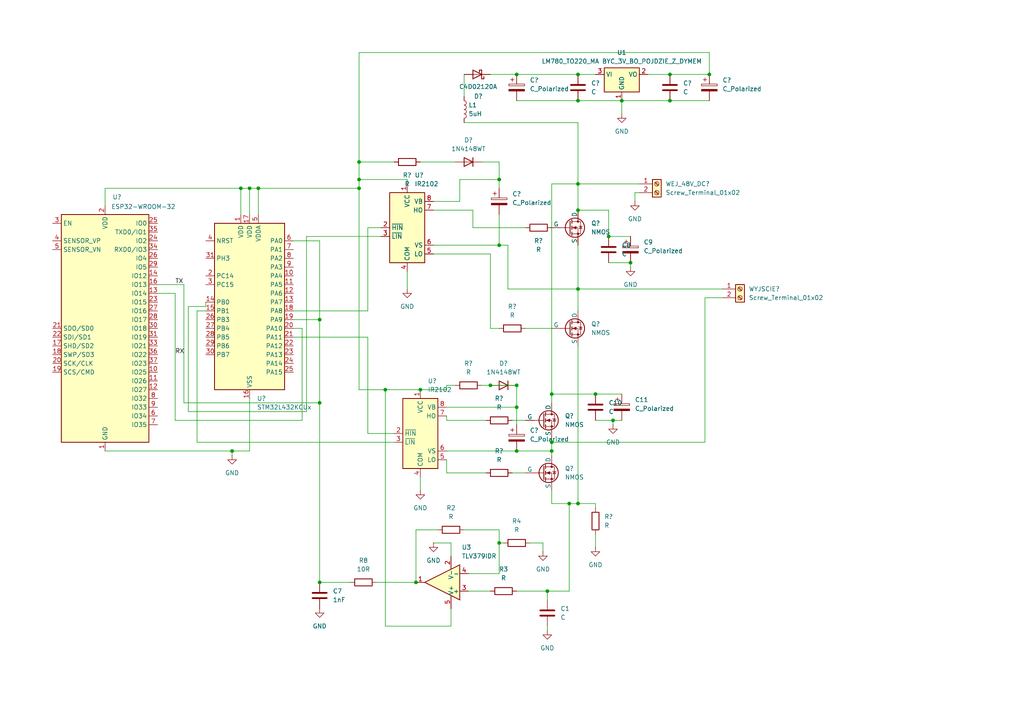
<source format=kicad_sch>
(kicad_sch (version 20250114) (generator "eeschema") (generator_version "9.0")
  (paper "A4")
  (lib_symbols
    (symbol "Amplifier_Operational:TLV2371DBV" (pin_names (offset 0.127))
      (property "Reference" "U" (at -1.27 6.35 0))
      (property "Value" "TLV2371DBV" (at -1.27 3.81 0))
      (symbol "TLV2371DBV_0_1"
        (polyline (pts (xy -5.08 5.08) (xy 5.08 0) (xy -5.08 -5.08) (xy -5.08 5.08)) (stroke (width 0.254)) (fill (type background)))
        (pin power_in line (at -2.54 7.62 270) (length 3.81) (name "V+") (number "5"))
        (pin power_in line (at -2.54 -7.62 90) (length 3.81) (name "V-") (number "2"))
      )
      (symbol "TLV2371DBV_1_1"
        (pin input line (at -7.62 2.54 0) (length 2.54) (name "+") (number "3"))
        (pin input line (at -7.62 -2.54 0) (length 2.54) (name "-") (number "4"))
        (pin output line (at 7.62 0 180) (length 2.54) (name "~") (number "1"))
      )
    )
    (symbol "Connector:Screw_Terminal_01x02" (pin_names (offset 1.016) (hide yes))
      (property "Reference" "J" (at 0 2.54 0))
      (property "Value" "Screw_Terminal_01x02" (at 0 -5.08 0))
      (symbol "Screw_Terminal_01x02_1_1"
        (rectangle (start -1.27 1.27) (end 1.27 -3.81) (stroke (width 0.254)) (fill (type background)))
        (polyline (pts (xy -0.5334 0.3302) (xy 0.3302 -0.508)) (stroke (width 0.1524)))
        (polyline (pts (xy -0.5334 -2.2098) (xy 0.3302 -3.048)) (stroke (width 0.1524)))
        (polyline (pts (xy -0.3556 0.508) (xy 0.508 -0.3302)) (stroke (width 0.1524)))
        (polyline (pts (xy -0.3556 -2.032) (xy 0.508 -2.8702)) (stroke (width 0.1524)))
        (circle (center 0 0) (radius 0.635) (stroke (width 0.1524)))
        (circle (center 0 -2.54) (radius 0.635) (stroke (width 0.1524)))
        (pin passive line (at -5.08 0 0) (length 3.81) (name "Pin_1") (number "1"))
        (pin passive line (at -5.08 -2.54 0) (length 3.81) (name "Pin_2") (number "2"))
      )
    )
    (symbol "Device:C" (pin_numbers (hide yes)) (pin_names (offset 0.254))
      (property "Reference" "C" (at 0.635 2.54 0))
      (property "Value" "C" (at 0.635 -2.54 0))
      (symbol "C_0_1"
        (polyline (pts (xy -2.032 0.762) (xy 2.032 0.762)) (stroke (width 0.508)))
        (polyline (pts (xy -2.032 -0.762) (xy 2.032 -0.762)) (stroke (width 0.508)))
      )
      (symbol "C_1_1"
        (pin passive line (at 0 3.81 270) (length 2.794) (name "~") (number "1"))
        (pin passive line (at 0 -3.81 90) (length 2.794) (name "~") (number "2"))
      )
    )
    (symbol "Device:C_Polarized" (pin_numbers (hide yes)) (pin_names (offset 0.254))
      (property "Reference" "C" (at 0.635 2.54 0))
      (property "Value" "C_Polarized" (at 0.635 -2.54 0))
      (symbol "C_Polarized_0_1"
        (rectangle (start -2.286 0.508) (end 2.286 1.016))
        (polyline (pts (xy -1.778 2.286) (xy -0.762 2.286)))
        (polyline (pts (xy -1.27 2.794) (xy -1.27 1.778)))
        (rectangle (start 2.286 -0.508) (end -2.286 -1.016) (fill (type outline)))
      )
      (symbol "C_Polarized_1_1"
        (pin passive line (at 0 3.81 270) (length 2.794) (name "~") (number "1"))
        (pin passive line (at 0 -3.81 90) (length 2.794) (name "~") (number "2"))
      )
    )
    (symbol "Device:L" (pin_numbers (hide yes)) (pin_names (offset 1.016) (hide yes))
      (property "Reference" "L" (at -1.27 0 90))
      (property "Value" "L" (at 1.905 0 90))
      (symbol "L_0_1"
        (arc (start 0 2.54) (mid 0.6323 1.905) (end 0 1.27))
        (arc (start 0 1.27) (mid 0.6323 0.635) (end 0 0))
        (arc (start 0 0) (mid 0.6323 -0.635) (end 0 -1.27))
        (arc (start 0 -1.27) (mid 0.6323 -1.905) (end 0 -2.54))
      )
      (symbol "L_1_1"
        (pin passive line (at 0 3.81 270) (length 1.27) (name "1") (number "1"))
        (pin passive line (at 0 -3.81 90) (length 1.27) (name "2") (number "2"))
      )
    )
    (symbol "Device:R" (pin_numbers (hide yes)) (pin_names (offset 0))
      (property "Reference" "R" (at 2.032 0 90))
      (property "Value" "R" (at 0 0 90))
      (symbol "R_0_1"
        (rectangle (start -1.016 -2.54) (end 1.016 2.54) (stroke (width 0.254)))
      )
      (symbol "R_1_1"
        (pin passive line (at 0 3.81 270) (length 1.27) (name "~") (number "1"))
        (pin passive line (at 0 -3.81 90) (length 1.27) (name "~") (number "2"))
      )
    )
    (symbol "Diode:1N4148WT" (pin_numbers (hide yes)) (pin_names (hide yes))
      (property "Reference" "D" (at 0 2.54 0))
      (property "Value" "1N4148WT" (at 0 -2.54 0))
      (symbol "1N4148WT_0_1"
        (polyline (pts (xy -1.27 1.27) (xy -1.27 -1.27)) (stroke (width 0.254)))
        (polyline (pts (xy 1.27 1.27) (xy 1.27 -1.27) (xy -1.27 0) (xy 1.27 1.27)) (stroke (width 0.254)))
        (polyline (pts (xy 1.27 0) (xy -1.27 0)))
      )
      (symbol "1N4148WT_1_1"
        (pin passive line (at -3.81 0 0) (length 2.54) (name "K") (number "1"))
        (pin passive line (at 3.81 0 180) (length 2.54) (name "A") (number "2"))
      )
    )
    (symbol "Diode:C4D02120A" (pin_numbers (hide yes)) (pin_names (offset 1.016) (hide yes))
      (property "Reference" "D" (at 0 2.54 0))
      (property "Value" "C4D02120A" (at 0 -2.54 0))
      (symbol "C4D02120A_0_1"
        (polyline (pts (xy -1.905 0.635) (xy -1.905 1.27) (xy -1.27 1.27) (xy -1.27 -1.27) (xy -0.635 -1.27) (xy -0.635 -0.635)) (stroke (width 0.254)))
        (polyline (pts (xy 1.27 1.27) (xy 1.27 -1.27) (xy -1.27 0) (xy 1.27 1.27)) (stroke (width 0.254)))
        (polyline (pts (xy 1.27 0) (xy -1.27 0)))
      )
      (symbol "C4D02120A_1_1"
        (pin passive line (at -3.81 0 0) (length 2.54) (name "K") (number "1"))
        (pin passive line (at 3.81 0 180) (length 2.54) (name "A") (number "2"))
      )
    )
    (symbol "Driver_FET:IR2102"
      (property "Reference" "U" (at 1.27 13.335 0))
      (property "Value" "IR2102" (at 1.27 11.43 0))
      (symbol "IR2102_0_1"
        (rectangle (start -5.08 -10.16) (end 5.08 10.16) (stroke (width 0.254)) (fill (type background)))
      )
      (symbol "IR2102_1_1"
        (pin input line (at -7.62 0 0) (length 2.54) (name "~{HIN}") (number "2"))
        (pin input line (at -7.62 -2.54 0) (length 2.54) (name "~{LIN}") (number "3"))
        (pin power_in line (at 0 12.7 270) (length 2.54) (name "VCC") (number "1"))
        (pin power_in line (at 0 -12.7 90) (length 2.54) (name "COM") (number "4"))
        (pin passive line (at 7.62 7.62 180) (length 2.54) (name "VB") (number "8"))
        (pin output line (at 7.62 5.08 180) (length 2.54) (name "HO") (number "7"))
        (pin passive line (at 7.62 -5.08 180) (length 2.54) (name "VS") (number "6"))
        (pin output line (at 7.62 -7.62 180) (length 2.54) (name "LO") (number "5"))
      )
    )
    (symbol "MCU_ST_STM32L4:STM32L432KCUx"
      (property "Reference" "U" (at -10.16 26.67 0))
      (property "Value" "STM32L432KCUx" (at 5.08 26.67 0))
      (symbol "STM32L432KCUx_0_1"
        (rectangle (start -10.16 -22.86) (end 10.16 25.4) (stroke (width 0.254)) (fill (type background)))
      )
      (symbol "STM32L432KCUx_1_1"
        (pin input line (at -12.7 20.32 0) (length 2.54) (name "NRST") (number "4"))
        (pin bidirectional line (at -12.7 15.24 0) (length 2.54) (name "PH3") (number "31"))
        (pin bidirectional line (at -12.7 10.16 0) (length 2.54) (name "PC14") (number "2"))
        (pin bidirectional line (at -12.7 7.62 0) (length 2.54) (name "PC15") (number "3"))
        (pin bidirectional line (at -12.7 2.54 0) (length 2.54) (name "PB0") (number "14"))
        (pin bidirectional line (at -12.7 0 0) (length 2.54) (name "PB1") (number "15"))
        (pin bidirectional line (at -12.7 -2.54 0) (length 2.54) (name "PB3") (number "26"))
        (pin bidirectional line (at -12.7 -5.08 0) (length 2.54) (name "PB4") (number "27"))
        (pin bidirectional line (at -12.7 -7.62 0) (length 2.54) (name "PB5") (number "28"))
        (pin bidirectional line (at -12.7 -10.16 0) (length 2.54) (name "PB6") (number "29"))
        (pin bidirectional line (at -12.7 -12.7 0) (length 2.54) (name "PB7") (number "30"))
        (pin power_in line (at -2.54 27.94 270) (length 2.54) (name "VDD") (number "1"))
        (pin power_in line (at 0 27.94 270) (length 2.54) (name "VDD") (number "17"))
        (pin power_in line (at 0 -25.4 90) (length 2.54) (name "VSS") (number "16"))
        (pin passive line (at 0 -25.4 90) (length 2.54) (hide yes) (name "VSS") (number "32"))
        (pin passive line (at 0 -25.4 90) (length 2.54) (hide yes) (name "VSS") (number "33"))
        (pin power_in line (at 2.54 27.94 270) (length 2.54) (name "VDDA") (number "5"))
        (pin bidirectional line (at 12.7 20.32 180) (length 2.54) (name "PA0") (number "6"))
        (pin bidirectional line (at 12.7 17.78 180) (length 2.54) (name "PA1") (number "7"))
        (pin bidirectional line (at 12.7 15.24 180) (length 2.54) (name "PA2") (number "8"))
        (pin bidirectional line (at 12.7 12.7 180) (length 2.54) (name "PA3") (number "9"))
        (pin bidirectional line (at 12.7 10.16 180) (length 2.54) (name "PA4") (number "10"))
        (pin bidirectional line (at 12.7 7.62 180) (length 2.54) (name "PA5") (number "11"))
        (pin bidirectional line (at 12.7 5.08 180) (length 2.54) (name "PA6") (number "12"))
        (pin bidirectional line (at 12.7 2.54 180) (length 2.54) (name "PA7") (number "13"))
        (pin bidirectional line (at 12.7 0 180) (length 2.54) (name "PA8") (number "18"))
        (pin bidirectional line (at 12.7 -2.54 180) (length 2.54) (name "PA9") (number "19"))
        (pin bidirectional line (at 12.7 -5.08 180) (length 2.54) (name "PA10") (number "20"))
        (pin bidirectional line (at 12.7 -7.62 180) (length 2.54) (name "PA11") (number "21"))
        (pin bidirectional line (at 12.7 -10.16 180) (length 2.54) (name "PA12") (number "22"))
        (pin bidirectional line (at 12.7 -12.7 180) (length 2.54) (name "PA13") (number "23"))
        (pin bidirectional line (at 12.7 -15.24 180) (length 2.54) (name "PA14") (number "24"))
        (pin bidirectional line (at 12.7 -17.78 180) (length 2.54) (name "PA15") (number "25"))
      )
    )
    (symbol "RF_Module:ESP32-WROOM-32"
      (property "Reference" "U" (at -12.7 34.29 0))
      (property "Value" "ESP32-WROOM-32" (at 1.27 34.29 0))
      (symbol "ESP32-WROOM-32_0_1"
        (rectangle (start -12.7 33.02) (end 12.7 -33.02) (stroke (width 0.254)) (fill (type background)))
      )
      (symbol "ESP32-WROOM-32_1_1"
        (pin input line (at -15.24 30.48 0) (length 2.54) (name "EN") (number "3"))
        (pin input line (at -15.24 25.4 0) (length 2.54) (name "SENSOR_VP") (number "4"))
        (pin input line (at -15.24 22.86 0) (length 2.54) (name "SENSOR_VN") (number "5"))
        (pin bidirectional line (at -15.24 0 0) (length 2.54) (name "SDO/SD0") (number "21"))
        (pin bidirectional line (at -15.24 -2.54 0) (length 2.54) (name "SDI/SD1") (number "22"))
        (pin bidirectional line (at -15.24 -5.08 0) (length 2.54) (name "SHD/SD2") (number "17"))
        (pin bidirectional line (at -15.24 -7.62 0) (length 2.54) (name "SWP/SD3") (number "18"))
        (pin bidirectional line (at -15.24 -10.16 0) (length 2.54) (name "SCK/CLK") (number "20"))
        (pin bidirectional line (at -15.24 -12.7 0) (length 2.54) (name "SCS/CMD") (number "19"))
        (pin no_connect line (at -12.7 -27.94 0) (length 2.54) (hide yes) (name "NC") (number "32"))
        (pin power_in line (at 0 35.56 270) (length 2.54) (name "VDD") (number "2"))
        (pin power_in line (at 0 -35.56 90) (length 2.54) (name "GND") (number "1"))
        (pin passive line (at 0 -35.56 90) (length 2.54) (hide yes) (name "GND") (number "15"))
        (pin passive line (at 0 -35.56 90) (length 2.54) (hide yes) (name "GND") (number "38"))
        (pin passive line (at 0 -35.56 90) (length 2.54) (hide yes) (name "GND") (number "39"))
        (pin bidirectional line (at 15.24 30.48 180) (length 2.54) (name "IO0") (number "25"))
        (pin bidirectional line (at 15.24 27.94 180) (length 2.54) (name "TXD0/IO1") (number "35"))
        (pin bidirectional line (at 15.24 25.4 180) (length 2.54) (name "IO2") (number "24"))
        (pin bidirectional line (at 15.24 22.86 180) (length 2.54) (name "RXD0/IO3") (number "34"))
        (pin bidirectional line (at 15.24 20.32 180) (length 2.54) (name "IO4") (number "26"))
        (pin bidirectional line (at 15.24 17.78 180) (length 2.54) (name "IO5") (number "29"))
        (pin bidirectional line (at 15.24 15.24 180) (length 2.54) (name "IO12") (number "14"))
        (pin bidirectional line (at 15.24 12.7 180) (length 2.54) (name "IO13") (number "16"))
        (pin bidirectional line (at 15.24 10.16 180) (length 2.54) (name "IO14") (number "13"))
        (pin bidirectional line (at 15.24 7.62 180) (length 2.54) (name "IO15") (number "23"))
        (pin bidirectional line (at 15.24 5.08 180) (length 2.54) (name "IO16") (number "27"))
        (pin bidirectional line (at 15.24 2.54 180) (length 2.54) (name "IO17") (number "28"))
        (pin bidirectional line (at 15.24 0 180) (length 2.54) (name "IO18") (number "30"))
        (pin bidirectional line (at 15.24 -2.54 180) (length 2.54) (name "IO19") (number "31"))
        (pin bidirectional line (at 15.24 -5.08 180) (length 2.54) (name "IO21") (number "33"))
        (pin bidirectional line (at 15.24 -7.62 180) (length 2.54) (name "IO22") (number "36"))
        (pin bidirectional line (at 15.24 -10.16 180) (length 2.54) (name "IO23") (number "37"))
        (pin bidirectional line (at 15.24 -12.7 180) (length 2.54) (name "IO25") (number "10"))
        (pin bidirectional line (at 15.24 -15.24 180) (length 2.54) (name "IO26") (number "11"))
        (pin bidirectional line (at 15.24 -17.78 180) (length 2.54) (name "IO27") (number "12"))
        (pin bidirectional line (at 15.24 -20.32 180) (length 2.54) (name "IO32") (number "8"))
        (pin bidirectional line (at 15.24 -22.86 180) (length 2.54) (name "IO33") (number "9"))
        (pin input line (at 15.24 -25.4 180) (length 2.54) (name "IO34") (number "6"))
        (pin input line (at 15.24 -27.94 180) (length 2.54) (name "IO35") (number "7"))
      )
    )
    (symbol "Regulator_Linear:LD1117S33TR_SOT223"
      (property "Reference" "U" (at -3.81 3.175 0))
      (property "Value" "LD1117S33TR_SOT223" (at 0 3.175 0))
      (symbol "LD1117S33TR_SOT223_0_1"
        (rectangle (start -5.08 -5.08) (end 5.08 1.905) (stroke (width 0.254)) (fill (type background)))
      )
      (symbol "LD1117S33TR_SOT223_1_1"
        (pin power_in line (at -7.62 0 0) (length 2.54) (name "VI") (number "3"))
        (pin power_in line (at 0 -7.62 90) (length 2.54) (name "GND") (number "1"))
        (pin power_out line (at 7.62 0 180) (length 2.54) (name "VO") (number "2"))
      )
    )
    (symbol "Simulation_SPICE:NMOS" (pin_numbers (hide yes)) (pin_names (offset 0))
      (property "Reference" "Q" (at 5.08 1.27 0))
      (property "Value" "NMOS" (at 5.08 -1.27 0))
      (symbol "NMOS_0_1"
        (polyline (pts (xy 0.254 1.905) (xy 0.254 -1.905)) (stroke (width 0.254)))
        (polyline (pts (xy 0.254 0) (xy -2.54 0)))
        (polyline (pts (xy 0.762 2.286) (xy 0.762 1.27)) (stroke (width 0.254)))
        (polyline (pts (xy 0.762 0.508) (xy 0.762 -0.508)) (stroke (width 0.254)))
        (polyline (pts (xy 0.762 -1.27) (xy 0.762 -2.286)) (stroke (width 0.254)))
        (polyline (pts (xy 0.762 -1.778) (xy 3.302 -1.778) (xy 3.302 1.778) (xy 0.762 1.778)))
        (polyline (pts (xy 1.016 0) (xy 2.032 0.381) (xy 2.032 -0.381) (xy 1.016 0)) (fill (type outline)))
        (circle (center 1.651 0) (radius 2.794) (stroke (width 0.254)))
        (polyline (pts (xy 2.54 2.54) (xy 2.54 1.778)))
        (circle (center 2.54 1.778) (radius 0.254) (fill (type outline)))
        (circle (center 2.54 -1.778) (radius 0.254) (fill (type outline)))
        (polyline (pts (xy 2.54 -2.54) (xy 2.54 0) (xy 0.762 0)))
        (polyline (pts (xy 2.794 0.508) (xy 2.921 0.381) (xy 3.683 0.381) (xy 3.81 0.254)))
        (polyline (pts (xy 3.302 0.381) (xy 2.921 -0.254) (xy 3.683 -0.254) (xy 3.302 0.381)))
      )
      (symbol "NMOS_1_1"
        (pin input line (at -5.08 0 0) (length 2.54) (name "G") (number "2"))
        (pin passive line (at 2.54 5.08 270) (length 2.54) (name "D") (number "1"))
        (pin passive line (at 2.54 -5.08 90) (length 2.54) (name "S") (number "3"))
      )
    )
    (symbol "power:GND" (power) (pin_numbers (hide yes)) (pin_names (offset 0) (hide yes))
      (property "Value" "GND" (at 0 -3.81 0))
      (symbol "GND_0_1"
        (polyline (pts (xy 0 0) (xy 0 -1.27) (xy 1.27 -1.27) (xy 0 -2.54) (xy -1.27 -1.27) (xy 0 -1.27)))
      )
      (symbol "GND_1_1"
        (pin power_in line (at 0 0 270) (length 0) (name "~") (number "1"))
      )
    )
  )
  (junction (at 104.14 46.99))
  (junction (at 104.14 54.61))
  (junction (at 182.88 76.2))
  (junction (at 149.86 118.11))
  (junction (at 205.74 21.59))
  (junction (at 111.76 113.03))
  (junction (at 92.71 92.71))
  (junction (at 69.85 54.61))
  (junction (at 149.86 111.76))
  (junction (at 194.31 21.59))
  (junction (at 167.64 29.21))
  (junction (at 67.31 130.81))
  (junction (at 142.24 111.76))
  (junction (at 144.78 157.48))
  (junction (at 172.72 114.3))
  (junction (at 144.78 71.12))
  (junction (at 167.64 53.34))
  (junction (at 167.64 146.05))
  (junction (at 165.1 146.05))
  (junction (at 92.71 116.84))
  (junction (at 176.53 68.58))
  (junction (at 160.02 128.27))
  (junction (at 160.02 130.81))
  (junction (at 194.31 29.21))
  (junction (at 158.75 171.45))
  (junction (at 144.78 52.07))
  (junction (at 167.64 21.59))
  (junction (at 74.93 54.61))
  (junction (at 149.86 21.59))
  (junction (at 160.02 114.3))
  (junction (at 180.34 29.21))
  (junction (at 120.65 168.91))
  (junction (at 92.71 168.91))
  (junction (at 149.86 130.81))
  (junction (at 104.14 52.07))
  (junction (at 72.39 54.61))
  (junction (at 177.8 121.92))
  (junction (at 167.64 83.82))
  (junction (at 121.92 113.03))
  (junction (at 167.64 60.96))
  (wire (pts (xy 205.74 21.59) (xy 205.74 15.24)))
  (wire (pts (xy 144.78 153.67) (xy 144.78 157.48)))
  (wire (pts (xy 182.88 68.58) (xy 176.53 68.58)))
  (wire (pts (xy 177.8 121.92) (xy 180.34 121.92)))
  (wire (pts (xy 137.16 66.04) (xy 137.16 60.96)))
  (wire (pts (xy 135.89 171.45) (xy 142.24 171.45)))
  (wire (pts (xy 129.54 130.81) (xy 149.86 130.81)))
  (wire (pts (xy 50.8 121.92) (xy 87.63 121.92)))
  (wire (pts (xy 139.7 111.76) (xy 142.24 111.76)))
  (wire (pts (xy 72.39 54.61) (xy 74.93 54.61)))
  (wire (pts (xy 67.31 132.08) (xy 67.31 130.81)))
  (wire (pts (xy 87.63 95.25) (xy 85.09 95.25)))
  (wire (pts (xy 172.72 114.3) (xy 160.02 114.3)))
  (wire (pts (xy 148.59 121.92) (xy 152.4 121.92)))
  (wire (pts (xy 121.92 46.99) (xy 132.08 46.99)))
  (wire (pts (xy 152.4 95.25) (xy 160.02 95.25)))
  (wire (pts (xy 142.24 73.66) (xy 142.24 95.25)))
  (wire (pts (xy 121.92 138.43) (xy 121.92 142.24)))
  (wire (pts (xy 106.68 66.04) (xy 110.49 66.04)))
  (wire (pts (xy 172.72 114.3) (xy 180.34 114.3)))
  (wire (pts (xy 118.11 78.74) (xy 118.11 83.82)))
  (wire (pts (xy 118.11 53.34) (xy 118.11 52.07)))
  (wire (pts (xy 30.48 54.61) (xy 30.48 59.69)))
  (wire (pts (xy 167.64 100.33) (xy 167.64 146.05)))
  (wire (pts (xy 133.35 58.42) (xy 133.35 52.07)))
  (wire (pts (xy 74.93 54.61) (xy 74.93 62.23)))
  (wire (pts (xy 125.73 71.12) (xy 144.78 71.12)))
  (wire (pts (xy 165.1 171.45) (xy 165.1 146.05)))
  (wire (pts (xy 57.15 90.17) (xy 57.15 128.27)))
  (wire (pts (xy 129.54 121.92) (xy 129.54 120.65)))
  (wire (pts (xy 149.86 29.21) (xy 167.64 29.21)))
  (wire (pts (xy 144.78 157.48) (xy 146.05 157.48)))
  (wire (pts (xy 167.64 53.34) (xy 167.64 60.96)))
  (wire (pts (xy 180.34 29.21) (xy 194.31 29.21)))
  (wire (pts (xy 104.14 15.24) (xy 104.14 46.99)))
  (wire (pts (xy 184.15 55.88) (xy 184.15 58.42)))
  (wire (pts (xy 59.69 90.17) (xy 57.15 90.17)))
  (wire (pts (xy 130.81 176.53) (xy 130.81 181.61)))
  (wire (pts (xy 92.71 168.91) (xy 101.6 168.91)))
  (wire (pts (xy 130.81 157.48) (xy 130.81 161.29)))
  (wire (pts (xy 176.53 68.58) (xy 176.53 60.96)))
  (wire (pts (xy 129.54 118.11) (xy 149.86 118.11)))
  (wire (pts (xy 149.86 171.45) (xy 158.75 171.45)))
  (wire (pts (xy 158.75 171.45) (xy 165.1 171.45)))
  (wire (pts (xy 133.35 52.07) (xy 144.78 52.07)))
  (wire (pts (xy 160.02 53.34) (xy 160.02 114.3)))
  (wire (pts (xy 158.75 181.61) (xy 158.75 182.88)))
  (wire (pts (xy 148.59 137.16) (xy 152.4 137.16)))
  (wire (pts (xy 194.31 29.21) (xy 205.74 29.21)))
  (wire (pts (xy 167.64 35.56) (xy 167.64 53.34)))
  (wire (pts (xy 134.62 35.56) (xy 167.64 35.56)))
  (wire (pts (xy 160.02 142.24) (xy 160.02 146.05)))
  (wire (pts (xy 54.61 119.38) (xy 88.9 119.38)))
  (wire (pts (xy 129.54 111.76) (xy 129.54 113.03)))
  (wire (pts (xy 139.7 46.99) (xy 144.78 46.99)))
  (wire (pts (xy 87.63 121.92) (xy 87.63 95.25)))
  (wire (pts (xy 180.34 29.21) (xy 180.34 33.02)))
  (wire (pts (xy 59.69 88.9) (xy 54.61 88.9)))
  (wire (pts (xy 184.15 55.88) (xy 185.42 55.88)))
  (wire (pts (xy 176.53 76.2) (xy 182.88 76.2)))
  (wire (pts (xy 50.8 85.09) (xy 50.8 121.92)))
  (wire (pts (xy 167.64 53.34) (xy 185.42 53.34)))
  (wire (pts (xy 106.68 125.73) (xy 114.3 125.73)))
  (wire (pts (xy 160.02 128.27) (xy 160.02 130.81)))
  (wire (pts (xy 153.67 157.48) (xy 157.48 157.48)))
  (wire (pts (xy 92.71 92.71) (xy 92.71 69.85)))
  (wire (pts (xy 92.71 92.71) (xy 85.09 92.71)))
  (wire (pts (xy 149.86 111.76) (xy 142.24 111.76)))
  (wire (pts (xy 160.02 127) (xy 160.02 128.27)))
  (wire (pts (xy 140.97 121.92) (xy 129.54 121.92)))
  (wire (pts (xy 125.73 73.66) (xy 142.24 73.66)))
  (wire (pts (xy 167.64 83.82) (xy 209.55 83.82)))
  (wire (pts (xy 172.72 154.94) (xy 172.72 158.75)))
  (wire (pts (xy 144.78 166.37) (xy 135.89 166.37)))
  (wire (pts (xy 176.53 60.96) (xy 167.64 60.96)))
  (wire (pts (xy 129.54 137.16) (xy 129.54 133.35)))
  (wire (pts (xy 30.48 130.81) (xy 67.31 130.81)))
  (wire (pts (xy 104.14 54.61) (xy 104.14 52.07)))
  (wire (pts (xy 147.32 71.12) (xy 147.32 83.82)))
  (wire (pts (xy 88.9 119.38) (xy 88.9 68.58)))
  (wire (pts (xy 85.09 90.17) (xy 106.68 90.17)))
  (wire (pts (xy 92.71 69.85) (xy 85.09 69.85)))
  (wire (pts (xy 104.14 46.99) (xy 114.3 46.99)))
  (wire (pts (xy 72.39 54.61) (xy 69.85 54.61)))
  (wire (pts (xy 157.48 157.48) (xy 157.48 160.02)))
  (wire (pts (xy 120.65 153.67) (xy 127 153.67)))
  (wire (pts (xy 72.39 54.61) (xy 72.39 62.23)))
  (wire (pts (xy 152.4 66.04) (xy 137.16 66.04)))
  (wire (pts (xy 149.86 21.59) (xy 167.64 21.59)))
  (wire (pts (xy 172.72 146.05) (xy 167.64 146.05)))
  (wire (pts (xy 167.64 21.59) (xy 172.72 21.59)))
  (wire (pts (xy 59.69 87.63) (xy 59.69 88.9)))
  (wire (pts (xy 140.97 137.16) (xy 129.54 137.16)))
  (wire (pts (xy 182.88 77.47) (xy 182.88 76.2)))
  (wire (pts (xy 125.73 157.48) (xy 130.81 157.48)))
  (wire (pts (xy 129.54 113.03) (xy 121.92 113.03)))
  (wire (pts (xy 165.1 146.05) (xy 167.64 146.05)))
  (wire (pts (xy 54.61 88.9) (xy 54.61 119.38)))
  (wire (pts (xy 129.54 111.76) (xy 132.08 111.76)))
  (wire (pts (xy 144.78 46.99) (xy 144.78 52.07)))
  (wire (pts (xy 57.15 128.27) (xy 114.3 128.27)))
  (wire (pts (xy 104.14 52.07) (xy 118.11 52.07)))
  (wire (pts (xy 160.02 146.05) (xy 165.1 146.05)))
  (wire (pts (xy 130.81 181.61) (xy 111.76 181.61)))
  (wire (pts (xy 50.8 85.09) (xy 45.72 85.09)))
  (wire (pts (xy 120.65 153.67) (xy 120.65 168.91)))
  (wire (pts (xy 204.47 86.36) (xy 204.47 128.27)))
  (wire (pts (xy 104.14 52.07) (xy 104.14 46.99)))
  (wire (pts (xy 53.34 82.55) (xy 53.34 116.84)))
  (wire (pts (xy 158.75 171.45) (xy 158.75 173.99)))
  (wire (pts (xy 205.74 15.24) (xy 104.14 15.24)))
  (wire (pts (xy 144.78 71.12) (xy 147.32 71.12)))
  (wire (pts (xy 111.76 113.03) (xy 111.76 181.61)))
  (wire (pts (xy 172.72 146.05) (xy 172.72 147.32)))
  (wire (pts (xy 137.16 60.96) (xy 125.73 60.96)))
  (wire (pts (xy 125.73 58.42) (xy 133.35 58.42)))
  (wire (pts (xy 187.96 21.59) (xy 194.31 21.59)))
  (wire (pts (xy 109.22 168.91) (xy 120.65 168.91)))
  (wire (pts (xy 53.34 82.55) (xy 45.72 82.55)))
  (wire (pts (xy 147.32 83.82) (xy 167.64 83.82)))
  (wire (pts (xy 160.02 53.34) (xy 167.64 53.34)))
  (wire (pts (xy 74.93 54.61) (xy 104.14 54.61)))
  (wire (pts (xy 167.64 29.21) (xy 180.34 29.21)))
  (wire (pts (xy 53.34 116.84) (xy 92.71 116.84)))
  (wire (pts (xy 209.55 86.36) (xy 204.47 86.36)))
  (wire (pts (xy 92.71 116.84) (xy 92.71 92.71)))
  (wire (pts (xy 104.14 113.03) (xy 111.76 113.03)))
  (wire (pts (xy 177.8 121.92) (xy 177.8 123.19)))
  (wire (pts (xy 134.62 153.67) (xy 144.78 153.67)))
  (wire (pts (xy 160.02 114.3) (xy 160.02 116.84)))
  (wire (pts (xy 111.76 113.03) (xy 121.92 113.03)))
  (wire (pts (xy 144.78 52.07) (xy 144.78 54.61)))
  (wire (pts (xy 72.39 130.81) (xy 67.31 130.81)))
  (wire (pts (xy 72.39 130.81) (xy 72.39 115.57)))
  (wire (pts (xy 106.68 97.79) (xy 106.68 125.73)))
  (wire (pts (xy 149.86 130.81) (xy 160.02 130.81)))
  (wire (pts (xy 106.68 90.17) (xy 106.68 66.04)))
  (wire (pts (xy 160.02 130.81) (xy 160.02 132.08)))
  (wire (pts (xy 30.48 54.61) (xy 69.85 54.61)))
  (wire (pts (xy 85.09 97.79) (xy 106.68 97.79)))
  (wire (pts (xy 92.71 168.91) (xy 92.71 116.84)))
  (wire (pts (xy 172.72 121.92) (xy 177.8 121.92)))
  (wire (pts (xy 167.64 83.82) (xy 167.64 90.17)))
  (wire (pts (xy 69.85 54.61) (xy 69.85 62.23)))
  (wire (pts (xy 88.9 68.58) (xy 110.49 68.58)))
  (wire (pts (xy 142.24 21.59) (xy 149.86 21.59)))
  (wire (pts (xy 194.31 21.59) (xy 205.74 21.59)))
  (wire (pts (xy 142.24 95.25) (xy 144.78 95.25)))
  (wire (pts (xy 144.78 62.23) (xy 144.78 71.12)))
  (wire (pts (xy 167.64 71.12) (xy 167.64 83.82)))
  (wire (pts (xy 104.14 54.61) (xy 104.14 113.03)))
  (wire (pts (xy 160.02 128.27) (xy 204.47 128.27)))
  (wire (pts (xy 144.78 157.48) (xy 144.78 166.37)))
  (wire (pts (xy 149.86 118.11) (xy 149.86 123.19)))
  (wire (pts (xy 134.62 21.59) (xy 134.62 27.94)))
  (wire (pts (xy 149.86 111.76) (xy 149.86 118.11)))
  (label "RX" (at 50.8 102.87 0))
  (label "TX" (at 50.8 82.55 0))
  (symbol (lib_id "Device:C_Polarized") (at 182.88 72.39 0) (unit 1)
    (property "Reference" "C9" (at 186.69 70.2309 0) (effects (justify left)))
    (property "Value" "C_Polarized" (at 186.69 72.7709 0) (effects (justify left)))
    (property "Description" "Polarized capacitor" (effects (hide yes)))
  )
  (symbol (lib_id "Simulation_SPICE:NMOS") (at 165.1 66.04 0) (unit 1)
    (property "Reference" "Q?" (at 171.45 64.7699 0) (effects (justify left)))
    (property "Value" "NMOS" (at 171.45 67.3099 0) (effects (justify left)))
    (property "Datasheet" "https://ngspice.sourceforge.io/docs/ngspice-html-manual/manual.xhtml#cha_MOSFETs" (effects (hide yes)))
    (property "Description" "N-MOSFET transistor, drain/source/gate" (effects (hide yes)))
    (property "Sim.Device" "NMOS" (effects (hide yes)))
    (property "Sim.Type" "VDMOS" (effects (hide yes)))
    (property "Sim.Pins" "1=D 2=G 3=S" (effects (hide yes)))
  )
  (symbol (lib_id "Device:R") (at 146.05 171.45 90) (unit 1)
    (property "Reference" "R3" (at 146.05 165.1 90))
    (property "Value" "R" (at 146.05 167.64 90))
    (property "Description" "Resistor" (effects (hide yes)))
  )
  (symbol (lib_id "Device:C_Polarized") (at 144.78 58.42 0) (unit 1)
    (property "Reference" "C?" (at 148.59 56.2609 0) (effects (justify left)))
    (property "Value" "C_Polarized" (at 148.59 58.8009 0) (effects (justify left)))
    (property "Description" "Polarized capacitor" (effects (hide yes)))
  )
  (symbol (lib_id "power:GND") (at 121.92 142.24 0) (unit 1)
    (property "Reference" "#PWR?" (effects (hide yes)))
    (property "Value" "GND" (at 121.92 147.32 0))
    (property "Description" "Power symbol creates a global label with name \"GND\" , ground" (effects (hide yes)))
  )
  (symbol (lib_id "Device:R") (at 148.59 95.25 90) (unit 1)
    (property "Reference" "R?" (at 148.59 88.9 90))
    (property "Value" "R" (at 148.59 91.44 90))
    (property "Description" "Resistor" (effects (hide yes)))
  )
  (symbol (lib_id "power:GND") (at 184.15 58.42 0) (unit 1)
    (property "Reference" "#PWR?" (effects (hide yes)))
    (property "Value" "GND" (at 184.15 63.5 0))
    (property "Description" "Power symbol creates a global label with name \"GND\" , ground" (effects (hide yes)))
  )
  (symbol (lib_id "Device:R") (at 144.78 121.92 90) (unit 1)
    (property "Reference" "R?" (at 144.78 115.57 90))
    (property "Value" "R" (at 144.78 118.11 90))
    (property "Description" "Resistor" (effects (hide yes)))
  )
  (symbol (lib_id "Diode:1N4148WT") (at 135.89 46.99 180) (unit 1)
    (property "Reference" "D?" (at 135.89 40.64 0))
    (property "Value" "1N4148WT" (at 135.89 43.18 0))
    (property "Footprint" "Diode_SMD:D_SOD-523" (effects (hide yes)))
    (property "Datasheet" "https://www.diodes.com/assets/Datasheets/ds30396.pdf" (effects (hide yes)))
    (property "Description" "75V 0.15A Fast switching Diode, SOD-523" (effects (hide yes)))
    (property "Sim.Device" "D" (effects (hide yes)))
    (property "Sim.Pins" "1=K 2=A" (effects (hide yes)))
  )
  (symbol (lib_id "Device:C") (at 176.53 72.39 0) (unit 1)
    (property "Reference" "C8" (at 180.34 71.1199 0) (effects (justify left)))
    (property "Value" "C" (at 180.34 73.6599 0) (effects (justify left)))
    (property "Description" "Unpolarized capacitor" (effects (hide yes)))
  )
  (symbol (lib_id "Simulation_SPICE:NMOS") (at 157.48 121.92 0) (unit 1)
    (property "Reference" "Q?" (at 163.83 120.6499 0) (effects (justify left)))
    (property "Value" "NMOS" (at 163.83 123.1899 0) (effects (justify left)))
    (property "Datasheet" "https://ngspice.sourceforge.io/docs/ngspice-html-manual/manual.xhtml#cha_MOSFETs" (effects (hide yes)))
    (property "Description" "N-MOSFET transistor, drain/source/gate" (effects (hide yes)))
    (property "Sim.Device" "NMOS" (effects (hide yes)))
    (property "Sim.Type" "VDMOS" (effects (hide yes)))
    (property "Sim.Pins" "1=D 2=G 3=S" (effects (hide yes)))
  )
  (symbol (lib_id "power:GND") (at 92.71 176.53 0) (unit 1)
    (property "Reference" "#PWR06" (effects (hide yes)))
    (property "Value" "GND" (at 92.71 181.61 0))
    (property "Description" "Power symbol creates a global label with name \"GND\" , ground" (effects (hide yes)))
  )
  (symbol (lib_id "Device:C_Polarized") (at 180.34 118.11 0) (unit 1)
    (property "Reference" "C11" (at 184.15 115.9509 0) (effects (justify left)))
    (property "Value" "C_Polarized" (at 184.15 118.4909 0) (effects (justify left)))
    (property "Description" "Polarized capacitor" (effects (hide yes)))
  )
  (symbol (lib_id "Driver_FET:IR2102") (at 121.92 125.73 0) (unit 1)
    (property "Reference" "U?" (at 124.0633 110.49 0) (effects (justify left)))
    (property "Value" "IR2102" (at 124.0633 113.03 0) (effects (justify left)))
    (property "Datasheet" "https://www.infineon.com/dgdl/ir2101.pdf?fileId=5546d462533600a4015355c7a755166c" (effects (hide yes)))
    (property "Description" "High and Low Side Driver, 600V, 210/360mA, PDIP-8/SOIC-8" (effects (hide yes)))
  )
  (symbol (lib_id "Device:R") (at 118.11 46.99 90) (unit 1)
    (property "Reference" "R?" (at 118.11 50.8 90))
    (property "Value" "R" (at 118.11 53.34 90))
    (property "Description" "Resistor" (effects (hide yes)))
  )
  (symbol (lib_id "Device:C_Polarized") (at 149.86 127 0) (unit 1)
    (property "Reference" "C?" (at 153.67 124.8409 0) (effects (justify left)))
    (property "Value" "C_Polarized" (at 153.67 127.3809 0) (effects (justify left)))
    (property "Description" "Polarized capacitor" (effects (hide yes)))
  )
  (symbol (lib_id "Device:R") (at 105.41 168.91 90) (unit 1)
    (property "Reference" "R8" (at 105.41 162.56 90))
    (property "Value" "10R" (at 105.41 165.1 90))
    (property "Description" "Resistor" (effects (hide yes)))
  )
  (symbol (lib_id "Device:C") (at 92.71 172.72 0) (unit 1)
    (property "Reference" "C7" (at 96.52 171.4499 0) (effects (justify left)))
    (property "Value" "1nF" (at 96.52 173.9899 0) (effects (justify left)))
    (property "Description" "Unpolarized capacitor" (effects (hide yes)))
  )
  (symbol (lib_id "Simulation_SPICE:NMOS") (at 157.48 137.16 0) (unit 1)
    (property "Reference" "Q?" (at 163.83 135.8899 0) (effects (justify left)))
    (property "Value" "NMOS" (at 163.83 138.4299 0) (effects (justify left)))
    (property "Datasheet" "https://ngspice.sourceforge.io/docs/ngspice-html-manual/manual.xhtml#cha_MOSFETs" (effects (hide yes)))
    (property "Description" "N-MOSFET transistor, drain/source/gate" (effects (hide yes)))
    (property "Sim.Device" "NMOS" (effects (hide yes)))
    (property "Sim.Type" "VDMOS" (effects (hide yes)))
    (property "Sim.Pins" "1=D 2=G 3=S" (effects (hide yes)))
  )
  (symbol (lib_id "Device:C_Polarized") (at 149.86 25.4 0) (unit 1)
    (property "Reference" "C?" (at 153.67 23.2409 0) (effects (justify left)))
    (property "Value" "C_Polarized" (at 153.67 25.7809 0) (effects (justify left)))
    (property "Description" "Polarized capacitor" (effects (hide yes)))
  )
  (symbol (lib_id "power:GND") (at 125.73 157.48 0) (unit 1)
    (property "Reference" "#PWR02" (effects (hide yes)))
    (property "Value" "GND" (at 125.73 162.56 0))
    (property "Description" "Power symbol creates a global label with name \"GND\" , ground" (effects (hide yes)))
  )
  (symbol (lib_id "Device:R") (at 156.21 66.04 90) (unit 1)
    (property "Reference" "R?" (at 156.21 69.85 90))
    (property "Value" "R" (at 156.21 72.39 90))
    (property "Description" "Resistor" (effects (hide yes)))
  )
  (symbol (lib_id "power:GND") (at 182.88 77.47 0) (unit 1)
    (property "Reference" "#PWR09" (effects (hide yes)))
    (property "Value" "GND" (at 182.88 82.55 0))
    (property "Description" "Power symbol creates a global label with name \"GND\" , ground" (effects (hide yes)))
  )
  (symbol (lib_id "Device:C") (at 158.75 177.8 0) (unit 1)
    (property "Reference" "C1" (at 162.56 176.5299 0) (effects (justify left)))
    (property "Value" "C" (at 162.56 179.0699 0) (effects (justify left)))
    (property "Description" "Unpolarized capacitor" (effects (hide yes)))
  )
  (symbol (lib_id "Device:R") (at 149.86 157.48 270) (unit 1)
    (property "Reference" "R4" (at 149.86 151.13 90))
    (property "Value" "R" (at 149.86 153.67 90))
    (property "Description" "Resistor" (effects (hide yes)))
  )
  (symbol (lib_id "Connector:Screw_Terminal_01x02") (at 190.5 53.34 0) (unit 1)
    (property "Reference" "WEJ_48V_DC?" (at 193.04 53.3399 0) (effects (justify left)))
    (property "Value" "Screw_Terminal_01x02" (at 193.04 55.8799 0) (effects (justify left)))
    (property "Description" "Generic screw terminal, single row, 01x02, script generated (kicad-library-utils/schlib/autogen/connector/)" (effects (hide yes)))
  )
  (symbol (lib_id "Device:R") (at 135.89 111.76 90) (unit 1)
    (property "Reference" "R?" (at 135.89 105.41 90))
    (property "Value" "R" (at 135.89 107.95 90))
    (property "Description" "Resistor" (effects (hide yes)))
  )
  (symbol (lib_id "RF_Module:ESP32-WROOM-32") (at 30.48 95.25 0) (unit 1)
    (property "Reference" "U?" (at 32.6233 57.15 0) (effects (justify left)))
    (property "Value" "ESP32-WROOM-32" (at 32.258 59.944 0) (effects (justify left)))
    (property "Footprint" "RF_Module:ESP32-WROOM-32" (effects (hide yes)))
    (property "Datasheet" "https://www.espressif.com/sites/default/files/documentation/esp32-wroom-32_datasheet_en.pdf" (effects (hide yes)))
    (property "Description" "RF Module, ESP32-D0WDQ6 SoC, Wi-Fi 802.11b/g/n, Bluetooth, BLE, 32-bit, 2.7-3.6V, onboard antenna, SMD" (effects (hide yes)))
  )
  (symbol (lib_id "Device:R") (at 172.72 151.13 0) (unit 1)
    (property "Reference" "R?" (at 175.26 149.8599 0) (effects (justify left)))
    (property "Value" "R" (at 175.26 152.3999 0) (effects (justify left)))
    (property "Description" "Resistor" (effects (hide yes)))
  )
  (symbol (lib_id "Device:C") (at 194.31 25.4 0) (unit 1)
    (property "Reference" "C?" (at 198.12 24.1299 0) (effects (justify left)))
    (property "Value" "C" (at 198.12 26.6699 0) (effects (justify left)))
    (property "Description" "Unpolarized capacitor" (effects (hide yes)))
  )
  (symbol (lib_id "power:GND") (at 180.34 33.02 0) (unit 1)
    (property "Reference" "#PWR?" (effects (hide yes)))
    (property "Value" "GND" (at 180.34 38.1 0))
    (property "Description" "Power symbol creates a global label with name \"GND\" , ground" (effects (hide yes)))
  )
  (symbol (lib_id "Diode:1N4148WT") (at 146.05 111.76 180) (unit 1)
    (property "Reference" "D?" (at 146.05 105.41 0))
    (property "Value" "1N4148WT" (at 146.05 107.95 0))
    (property "Footprint" "Diode_SMD:D_SOD-523" (effects (hide yes)))
    (property "Datasheet" "https://www.diodes.com/assets/Datasheets/ds30396.pdf" (effects (hide yes)))
    (property "Description" "75V 0.15A Fast switching Diode, SOD-523" (effects (hide yes)))
    (property "Sim.Device" "D" (effects (hide yes)))
    (property "Sim.Pins" "1=K 2=A" (effects (hide yes)))
  )
  (symbol (lib_id "Diode:C4D02120A") (at 138.43 21.59 180) (unit 1)
    (property "Reference" "D?" (at 138.7475 27.94 0))
    (property "Value" "C4D02120A" (at 138.684 25.146 0))
    (property "Footprint" "Package_TO_SOT_THT:TO-220-2_Vertical" (effects (hide yes)))
    (property "Datasheet" "https://www.wolfspeed.com/media/downloads/75/C4D02120A.pdf" (effects (hide yes)))
    (property "Description" "1200V, 2A, SiC Schottky Diode, TO-220" (effects (hide yes)))
  )
  (symbol (lib_id "power:GND") (at 158.75 182.88 0) (unit 1)
    (property "Reference" "#PWR03" (effects (hide yes)))
    (property "Value" "GND" (at 158.75 187.96 0))
    (property "Description" "Power symbol creates a global label with name \"GND\" , ground" (effects (hide yes)))
  )
  (symbol (lib_id "Driver_FET:IR2102") (at 118.11 66.04 0) (unit 1)
    (property "Reference" "U?" (at 120.2533 50.8 0) (effects (justify left)))
    (property "Value" "IR2102" (at 120.2533 53.34 0) (effects (justify left)))
    (property "Datasheet" "https://www.infineon.com/dgdl/ir2101.pdf?fileId=5546d462533600a4015355c7a755166c" (effects (hide yes)))
    (property "Description" "High and Low Side Driver, 600V, 210/360mA, PDIP-8/SOIC-8" (effects (hide yes)))
  )
  (symbol (lib_id "power:GND") (at 177.8 123.19 0) (unit 1)
    (property "Reference" "#PWR03" (effects (hide yes)))
    (property "Value" "GND" (at 177.8 128.27 0))
    (property "Description" "Power symbol creates a global label with name \"GND\" , ground" (effects (hide yes)))
  )
  (symbol (lib_id "Device:L") (at 134.62 31.75 0) (unit 1)
    (property "Reference" "L1" (at 135.89 30.4799 0) (effects (justify left)))
    (property "Value" "5uH" (at 135.89 33.0199 0) (effects (justify left)))
    (property "Description" "Inductor" (effects (hide yes)))
  )
  (symbol (lib_id "Device:C") (at 172.72 118.11 0) (unit 1)
    (property "Reference" "C10" (at 176.53 116.8399 0) (effects (justify left)))
    (property "Value" "C" (at 176.53 119.3799 0) (effects (justify left)))
    (property "Description" "Unpolarized capacitor" (effects (hide yes)))
  )
  (symbol (lib_id "power:GND") (at 157.48 160.02 0) (unit 1)
    (property "Reference" "#PWR04" (effects (hide yes)))
    (property "Value" "GND" (at 157.48 165.1 0))
    (property "Description" "Power symbol creates a global label with name \"GND\" , ground" (effects (hide yes)))
  )
  (symbol (lib_id "power:GND") (at 67.31 132.08 0) (unit 1)
    (property "Reference" "#PWR?" (effects (hide yes)))
    (property "Value" "GND" (at 67.31 137.16 0))
    (property "Description" "Power symbol creates a global label with name \"GND\" , ground" (effects (hide yes)))
  )
  (symbol (lib_id "Device:C") (at 167.64 25.4 0) (unit 1)
    (property "Reference" "C?" (at 171.45 24.1299 0) (effects (justify left)))
    (property "Value" "C" (at 171.45 26.6699 0) (effects (justify left)))
    (property "Description" "Unpolarized capacitor" (effects (hide yes)))
  )
  (symbol (lib_id "Device:C_Polarized") (at 205.74 25.4 0) (unit 1)
    (property "Reference" "C?" (at 209.55 23.2409 0) (effects (justify left)))
    (property "Value" "C_Polarized" (at 209.55 25.7809 0) (effects (justify left)))
    (property "Description" "Polarized capacitor" (effects (hide yes)))
  )
  (symbol (lib_id "Connector:Screw_Terminal_01x02") (at 214.63 83.82 0) (unit 1)
    (property "Reference" "WYJSCIE?" (at 217.17 83.8199 0) (effects (justify left)))
    (property "Value" "Screw_Terminal_01x02" (at 217.17 86.3599 0) (effects (justify left)))
    (property "Description" "Generic screw terminal, single row, 01x02, script generated (kicad-library-utils/schlib/autogen/connector/)" (effects (hide yes)))
  )
  (symbol (lib_id "power:GND") (at 172.72 158.75 0) (unit 1)
    (property "Reference" "#PWR08" (effects (hide yes)))
    (property "Value" "GND" (at 172.72 163.83 0))
    (property "Description" "Power symbol creates a global label with name \"GND\" , ground" (effects (hide yes)))
  )
  (symbol (lib_id "power:GND") (at 118.11 83.82 0) (unit 1)
    (property "Reference" "#PWR?" (effects (hide yes)))
    (property "Value" "GND" (at 118.11 88.9 0))
    (property "Description" "Power symbol creates a global label with name \"GND\" , ground" (effects (hide yes)))
  )
  (symbol (lib_id "Regulator_Linear:LD1117S33TR_SOT223") (at 180.34 21.59 0) (unit 1)
    (property "Reference" "U1" (at 180.34 15.24 0))
    (property "Value" "LM780_TO220_MA BYC_3V_BO_POJDZIE_Z_DYMEM" (at 180.34 17.78 0))
    (property "Footprint" "Package_TO_SOT_SMD:SOT-223-3_TabPin2" (effects (hide yes)))
    (property "Datasheet" "http://www.st.com/st-web-ui/static/active/en/resource/technical/document/datasheet/CD00000544.pdf" (effects (hide yes)))
    (property "Description" "800mA Fixed Low Drop Positive Voltage Regulator, Fixed Output 3.3V, SOT-223" (effects (hide yes)))
  )
  (symbol (lib_id "Device:R") (at 130.81 153.67 90) (unit 1)
    (property "Reference" "R2" (at 130.81 147.32 90))
    (property "Value" "R" (at 130.81 149.86 90))
    (property "Description" "Resistor" (effects (hide yes)))
  )
  (symbol (lib_id "Device:R") (at 144.78 137.16 90) (unit 1)
    (property "Reference" "R?" (at 144.78 130.81 90))
    (property "Value" "R" (at 144.78 133.35 90))
    (property "Description" "Resistor" (effects (hide yes)))
  )
  (symbol (lib_id "Amplifier_Operational:TLV2371DBV") (at 128.27 168.91 180) (unit 1)
    (property "Reference" "U3" (at 133.9281 158.75 0) (effects (justify right)))
    (property "Value" "TLV379IDR" (at 133.9281 161.29 0) (effects (justify right)))
    (property "Footprint" "Package_TO_SOT_SMD:SOT-23-5" (effects (hide yes)))
    (property "Datasheet" "http://www.ti.com/lit/ds/symlink/tlv2375.pdf" (effects (hide yes)))
    (property "Description" "Rail-to-Rail Input/Output Operational Amplifier, SOT-23-5" (effects (hide yes)))
  )
  (symbol (lib_id "Simulation_SPICE:NMOS") (at 165.1 95.25 0) (unit 1)
    (property "Reference" "Q?" (at 171.45 93.9799 0) (effects (justify left)))
    (property "Value" "NMOS" (at 171.45 96.5199 0) (effects (justify left)))
    (property "Datasheet" "https://ngspice.sourceforge.io/docs/ngspice-html-manual/manual.xhtml#cha_MOSFETs" (effects (hide yes)))
    (property "Description" "N-MOSFET transistor, drain/source/gate" (effects (hide yes)))
    (property "Sim.Device" "NMOS" (effects (hide yes)))
    (property "Sim.Type" "VDMOS" (effects (hide yes)))
    (property "Sim.Pins" "1=D 2=G 3=S" (effects (hide yes)))
  )
  (symbol (lib_id "MCU_ST_STM32L4:STM32L432KCUx") (at 72.39 90.17 0) (unit 1)
    (property "Reference" "U?" (at 74.5333 115.57 0) (effects (justify left)))
    (property "Value" "STM32L432KCUx" (at 74.5333 118.11 0) (effects (justify left)))
    (property "Footprint" "Package_DFN_QFN:QFN-32-1EP_5x5mm_P0.5mm_EP3.45x3.45mm" (effects (hide yes)))
    (property "Datasheet" "https://www.st.com/resource/en/datasheet/stm32l432kc.pdf" (effects (hide yes)))
    (property "Description" "STMicroelectronics Arm Cortex-M4 MCU, 256KB flash, 64KB RAM, 80 MHz, 1.71-3.6V, 26 GPIO, UFQFPN32" (effects (hide yes)))
  )
)
</source>
